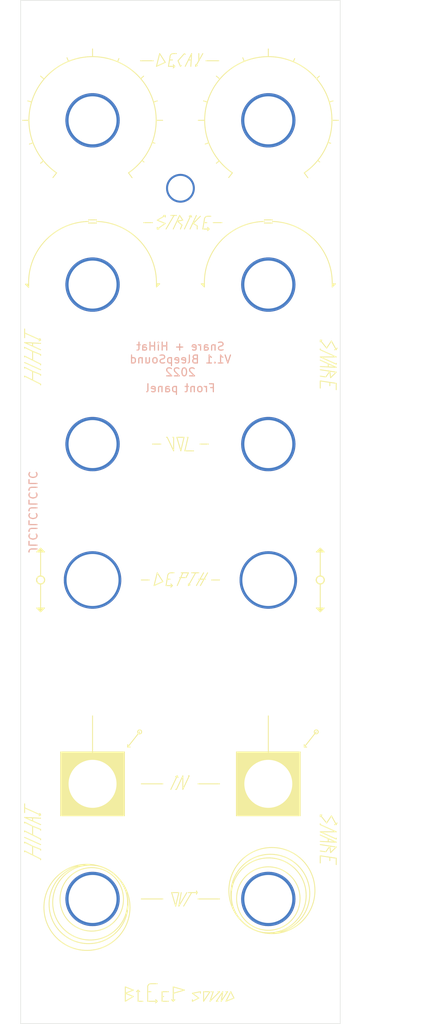
<source format=kicad_pcb>
(kicad_pcb (version 20211014) (generator pcbnew)

  (general
    (thickness 1.6)
  )

  (paper "A4")
  (layers
    (0 "F.Cu" signal)
    (31 "B.Cu" signal)
    (32 "B.Adhes" user "B.Adhesive")
    (33 "F.Adhes" user "F.Adhesive")
    (34 "B.Paste" user)
    (35 "F.Paste" user)
    (36 "B.SilkS" user "B.Silkscreen")
    (37 "F.SilkS" user "F.Silkscreen")
    (38 "B.Mask" user)
    (39 "F.Mask" user)
    (40 "Dwgs.User" user "User.Drawings")
    (41 "Cmts.User" user "User.Comments")
    (42 "Eco1.User" user "User.Eco1")
    (43 "Eco2.User" user "User.Eco2")
    (44 "Edge.Cuts" user)
    (45 "Margin" user)
    (46 "B.CrtYd" user "B.Courtyard")
    (47 "F.CrtYd" user "F.Courtyard")
    (48 "B.Fab" user)
    (49 "F.Fab" user)
  )

  (setup
    (stackup
      (layer "F.SilkS" (type "Top Silk Screen") (color "White"))
      (layer "F.Paste" (type "Top Solder Paste"))
      (layer "F.Mask" (type "Top Solder Mask") (color "Black") (thickness 0.01))
      (layer "F.Cu" (type "copper") (thickness 0.035))
      (layer "dielectric 1" (type "core") (thickness 1.51) (material "FR4") (epsilon_r 4.5) (loss_tangent 0.02))
      (layer "B.Cu" (type "copper") (thickness 0.035))
      (layer "B.Mask" (type "Bottom Solder Mask") (color "Black") (thickness 0.01))
      (layer "B.Paste" (type "Bottom Solder Paste"))
      (layer "B.SilkS" (type "Bottom Silk Screen") (color "White"))
      (copper_finish "None")
      (dielectric_constraints no)
    )
    (pad_to_mask_clearance 0)
    (grid_origin 12 12)
    (pcbplotparams
      (layerselection 0x00010fc_ffffffff)
      (disableapertmacros false)
      (usegerberextensions true)
      (usegerberattributes false)
      (usegerberadvancedattributes false)
      (creategerberjobfile false)
      (svguseinch false)
      (svgprecision 6)
      (excludeedgelayer false)
      (plotframeref false)
      (viasonmask false)
      (mode 1)
      (useauxorigin false)
      (hpglpennumber 1)
      (hpglpenspeed 20)
      (hpglpendiameter 15.000000)
      (dxfpolygonmode true)
      (dxfimperialunits true)
      (dxfusepcbnewfont true)
      (psnegative false)
      (psa4output false)
      (plotreference true)
      (plotvalue false)
      (plotinvisibletext false)
      (sketchpadsonfab false)
      (subtractmaskfromsilk true)
      (outputformat 1)
      (mirror false)
      (drillshape 0)
      (scaleselection 1)
      (outputdirectory "gerber/")
    )
  )

  (net 0 "")

  (gr_line (start 132.2 145.8) (end 132.2 147.2) (layer "F.SilkS") (width 0.12) (tstamp 00000000-0000-0000-0000-000061645389))
  (gr_line (start 133.4 147.2) (end 134.6 147.2) (layer "F.SilkS") (width 0.12) (tstamp 00000000-0000-0000-0000-00006164538c))
  (gr_line (start 130.6 147.2) (end 131.6 146.6) (layer "F.SilkS") (width 0.12) (tstamp 00000000-0000-0000-0000-00006164538f))
  (gr_line (start 131.6 146.6) (end 130.6 146.2) (layer "F.SilkS") (width 0.12) (tstamp 00000000-0000-0000-0000-000061645392))
  (gr_line (start 132.2 147.2) (end 132.8 147.2) (layer "F.SilkS") (width 0.12) (tstamp 00000000-0000-0000-0000-000061645395))
  (gr_line (start 133.8 145) (end 134.6 145) (layer "F.SilkS") (width 0.12) (tstamp 00000000-0000-0000-0000-000061645398))
  (gr_line (start 135.2 147.2) (end 136 147.2) (layer "F.SilkS") (width 0.12) (tstamp 00000000-0000-0000-0000-00006164539b))
  (gr_line (start 136.6 145.4) (end 138 145.8) (layer "F.SilkS") (width 0.12) (tstamp 00000000-0000-0000-0000-00006164539e))
  (gr_line (start 133.4 145.4) (end 133.4 147.2) (layer "F.SilkS") (width 0.12) (tstamp 00000000-0000-0000-0000-0000616453a1))
  (gr_line (start 133.4 146) (end 133.8 146) (layer "F.SilkS") (width 0.12) (tstamp 00000000-0000-0000-0000-0000616453a4))
  (gr_line (start 135.2 146) (end 135.2 147.2) (layer "F.SilkS") (width 0.12) (tstamp 00000000-0000-0000-0000-0000616453a7))
  (gr_line (start 136.4 147) (end 136.6 147.2) (layer "F.SilkS") (width 0.12) (tstamp 00000000-0000-0000-0000-0000616453aa))
  (gr_line (start 135.2 146) (end 136 146) (layer "F.SilkS") (width 0.12) (tstamp 00000000-0000-0000-0000-0000616453ad))
  (gr_line (start 136.6 147.2) (end 136.6 147) (layer "F.SilkS") (width 0.12) (tstamp 00000000-0000-0000-0000-0000616453b0))
  (gr_line (start 136.6 145.4) (end 136.6 147.2) (layer "F.SilkS") (width 0.12) (tstamp 00000000-0000-0000-0000-0000616453b3))
  (gr_line (start 138 145.8) (end 136.6 146.2) (layer "F.SilkS") (width 0.12) (tstamp 00000000-0000-0000-0000-0000616453b6))
  (gr_line (start 135.2 146.6) (end 135.4 146.6) (layer "F.SilkS") (width 0.12) (tstamp 00000000-0000-0000-0000-0000616453b9))
  (gr_line (start 130.6 146.2) (end 131.6 145.8) (layer "F.SilkS") (width 0.12) (tstamp 00000000-0000-0000-0000-0000616453c2))
  (gr_line (start 136.6 147.2) (end 136.8 147) (layer "F.SilkS") (width 0.12) (tstamp 00000000-0000-0000-0000-0000616453c5))
  (gr_line (start 130.6 145.4) (end 130.6 147.2) (layer "F.SilkS") (width 0.12) (tstamp 00000000-0000-0000-0000-0000616453d7))
  (gr_line (start 131.6 145.8) (end 130.6 145.4) (layer "F.SilkS") (width 0.12) (tstamp 00000000-0000-0000-0000-0000616453da))
  (gr_line (start 143.4 146) (end 143.2 146) (layer "F.SilkS") (width 0.12) (tstamp 00000000-0000-0000-0000-00006164549d))
  (gr_line (start 139 147.2) (end 139 147) (layer "F.SilkS") (width 0.12) (tstamp 00000000-0000-0000-0000-0000616454a0))
  (gr_line (start 140.4 146) (end 140.4 147.2) (layer "F.SilkS") (width 0.12) (tstamp 00000000-0000-0000-0000-0000616454a3))
  (gr_line (start 141.6 146) (end 141.2 147.2) (layer "F.SilkS") (width 0.12) (tstamp 00000000-0000-0000-0000-0000616454a6))
  (gr_line (start 141.2 147.2) (end 142.4 146) (layer "F.SilkS") (width 0.12) (tstamp 00000000-0000-0000-0000-0000616454a9))
  (gr_line (start 143.8 146) (end 143.2 147.2) (layer "F.SilkS") (width 0.12) (tstamp 00000000-0000-0000-0000-0000616454ac))
  (gr_line (start 143.8 146) (end 144.2 146.8) (layer "F.SilkS") (width 0.12) (tstamp 00000000-0000-0000-0000-0000616454af))
  (gr_line (start 140 146) (end 140 146.2) (layer "F.SilkS") (width 0.12) (tstamp 00000000-0000-0000-0000-0000616454b2))
  (gr_line (start 132.2 145.8) (end 132 146) (layer "F.SilkS") (width 0.12) (tstamp 00000000-0000-0000-0000-0000616454b5))
  (gr_line (start 132.2 145.8) (end 132.4 146) (layer "F.SilkS") (width 0.12) (tstamp 00000000-0000-0000-0000-0000616454b8))
  (gr_line (start 142.8 146) (end 142.6 147.2) (layer "F.SilkS") (width 0.12) (tstamp 00000000-0000-0000-0000-0000616454bb))
  (gr_arc (start 133.4 145.4) (mid 133.517157 145.117157) (end 133.8 145) (layer "F.SilkS") (width 0.12) (tstamp 00000000-0000-0000-0000-0000616454be))
  (gr_line (start 139.8 146.8) (end 139 147.2) (layer "F.SilkS") (width 0.12) (tstamp 00000000-0000-0000-0000-0000616454c1))
  (gr_line (start 134.6 147.2) (end 134.4 147) (layer "F.SilkS") (width 0.12) (tstamp 00000000-0000-0000-0000-0000616454c4))
  (gr_line (start 134.6 147.2) (end 134.4 147.4) (layer "F.SilkS") (width 0.12) (tstamp 00000000-0000-0000-0000-0000616454c7))
  (gr_line (start 139 146.2) (end 139.8 146.8) (layer "F.SilkS") (width 0.12) (tstamp 00000000-0000-0000-0000-0000616454ca))
  (gr_line (start 141.2 146) (end 140.4 146) (layer "F.SilkS") (width 0.12) (tstamp 00000000-0000-0000-0000-0000616454cd))
  (gr_line (start 142.6 147.2) (end 143.4 146) (layer "F.SilkS") (width 0.12) (tstamp 00000000-0000-0000-0000-0000616454d0))
  (gr_line (start 142.8 146) (end 142 147.2) (layer "F.SilkS") (width 0.12) (tstamp 00000000-0000-0000-0000-0000616454d3))
  (gr_line (start 141.6 146) (end 141.4 146) (layer "F.SilkS") (width 0.12) (tstamp 00000000-0000-0000-0000-0000616454d6))
  (gr_line (start 142 147.2) (end 142.2 147.2) (layer "F.SilkS") (width 0.12) (tstamp 00000000-0000-0000-0000-0000616454d9))
  (gr_line (start 142.4 146) (end 142.2 146) (layer "F.SilkS") (width 0.12) (tstamp 00000000-0000-0000-0000-0000616454dc))
  (gr_line (start 140.4 147.2) (end 141.2 146) (layer "F.SilkS") (width 0.12) (tstamp 00000000-0000-0000-0000-0000616454df))
  (gr_line (start 143.2 147.2) (end 144.2 146.8) (layer "F.SilkS") (width 0.12) (tstamp 00000000-0000-0000-0000-0000616454e2))
  (gr_line (start 140 146) (end 139 146.2) (layer "F.SilkS") (width 0.12) (tstamp 00000000-0000-0000-0000-0000616454e5))
  (gr_line (start 148.5 117.75) (end 148.5 111.5) (layer "F.SilkS") (width 0.12) (tstamp 00000000-0000-0000-0000-0000616daca8))
  (gr_line (start 126.5 117.75) (end 126.5 111.5) (layer "F.SilkS") (width 0.12) (tstamp 00000000-0000-0000-0000-0000616dacb7))
  (gr_line (start 119 68.4) (end 120 68.8) (layer "F.SilkS") (width 0.12) (tstamp 00000000-0000-0000-0000-0000616dacea))
  (gr_line (start 120 68.8) (end 120 68.9) (layer "F.SilkS") (width 0.12) (tstamp 00000000-0000-0000-0000-0000616daceb))
  (gr_line (start 118 64.8) (end 120 64.9) (layer "F.SilkS") (width 0.12) (tstamp 00000000-0000-0000-0000-0000616dacec))
  (gr_line (start 118 63.6) (end 120 64.5) (layer "F.SilkS") (width 0.12) (tstamp 00000000-0000-0000-0000-0000616daced))
  (gr_line (start 118 66.5) (end 120 67.5) (layer "F.SilkS") (width 0.12) (tstamp 00000000-0000-0000-0000-0000616dacee))
  (gr_line (start 119 67) (end 119 65.9) (layer "F.SilkS") (width 0.12) (tstamp 00000000-0000-0000-0000-0000616dacef))
  (gr_line (start 120 67.5) (end 120 67.6) (layer "F.SilkS") (width 0.12) (tstamp 00000000-0000-0000-0000-0000616dacf0))
  (gr_line (start 118 63.6) (end 118 63.1) (layer "F.SilkS") (width 0.12) (tstamp 00000000-0000-0000-0000-0000616dacf1))
  (gr_line (start 118 69) (end 120 70) (layer "F.SilkS") (width 0.12) (tstamp 00000000-0000-0000-0000-0000616dacf2))
  (gr_line (start 118 67.9) (end 118 68) (layer "F.SilkS") (width 0.12) (tstamp 00000000-0000-0000-0000-0000616dacf3))
  (gr_line (start 119 65.9) (end 120 66.3) (layer "F.SilkS") (width 0.12) (tstamp 00000000-0000-0000-0000-0000616dacf4))
  (gr_line (start 119 69.5) (end 119 68.4) (layer "F.SilkS") (width 0.12) (tstamp 00000000-0000-0000-0000-0000616dacf5))
  (gr_line (start 118 69) (end 118 69.1) (layer "F.SilkS") (width 0.12) (tstamp 00000000-0000-0000-0000-0000616dacf6))
  (gr_line (start 118 65.4) (end 118 65.5) (layer "F.SilkS") (width 0.12) (tstamp 00000000-0000-0000-0000-0000616dacf7))
  (gr_line (start 120 66.3) (end 120 66.4) (layer "F.SilkS") (width 0.12) (tstamp 00000000-0000-0000-0000-0000616dacf8))
  (gr_line (start 118 66.5) (end 118 66.6) (layer "F.SilkS") (width 0.12) (tstamp 00000000-0000-0000-0000-0000616dacf9))
  (gr_line (start 120 70) (end 120 70.1) (layer "F.SilkS") (width 0.12) (tstamp 00000000-0000-0000-0000-0000616dacfa))
  (gr_line (start 119 68.4) (end 118 67.9) (layer "F.SilkS") (width 0.12) (tstamp 00000000-0000-0000-0000-0000616dacfb))
  (gr_line (start 119 65.9) (end 118 65.4) (layer "F.SilkS") (width 0.12) (tstamp 00000000-0000-0000-0000-0000616dacfc))
  (gr_line (start 118 64.8) (end 120 65.7) (layer "F.SilkS") (width 0.12) (tstamp 00000000-0000-0000-0000-0000616dacfd))
  (gr_line (start 118 67.3) (end 120 68.2) (layer "F.SilkS") (width 0.12) (tstamp 00000000-0000-0000-0000-0000616dacfe))
  (gr_line (start 119 64.9) (end 119 65.2) (layer "F.SilkS") (width 0.12) (tstamp 00000000-0000-0000-0000-0000616dacff))
  (gr_line (start 118 63.6) (end 118 64.2) (layer "F.SilkS") (width 0.12) (tstamp 00000000-0000-0000-0000-0000616dad00))
  (gr_line (start 120 64.5) (end 119.9 64.3) (layer "F.SilkS") (width 0.12) (tstamp 00000000-0000-0000-0000-0000616dad01))
  (gr_line (start 120 64.5) (end 119.8 64.6) (layer "F.SilkS") (width 0.12) (tstamp 00000000-0000-0000-0000-0000616dad02))
  (gr_line (start 156 67.85) (end 156 67.45) (layer "F.SilkS") (width 0.12) (tstamp 00000000-0000-0000-0000-0000616dadcf))
  (gr_line (start 155 64.5) (end 155 64.7) (layer "F.SilkS") (width 0.12) (tstamp 00000000-0000-0000-0000-0000616dae0d))
  (gr_line (start 157 67.9) (end 155 67.8) (layer "F.SilkS") (width 0.12) (tstamp 00000000-0000-0000-0000-0000616dae10))
  (gr_line (start 155.8 65.5) (end 155 64.5) (layer "F.SilkS") (width 0.12) (tstamp 00000000-0000-0000-0000-0000616dae13))
  (gr_line (start 157 65.7) (end 156.4 64.6) (layer "F.SilkS") (width 0.12) (tstamp 00000000-0000-0000-0000-0000616dae16))
  (gr_line (start 157 67.5) (end 155 66.6) (layer "F.SilkS") (width 0.12) (tstamp 00000000-0000-0000-0000-0000616dae19))
  (gr_line (start 157 66.6) (end 155 66.6) (layer "F.SilkS") (width 0.12) (tstamp 00000000-0000-0000-0000-0000616dae1c))
  (gr_line (start 157 68.5) (end 155 68.2) (layer "F.SilkS") (width 0.12) (tstamp 00000000-0000-0000-0000-0000616dae1f))
  (gr_line (start 157 67.9) (end 155 67) (layer "F.SilkS") (width 0.12) (tstamp 00000000-0000-0000-0000-0000616dae22))
  (gr_line (start 155 69.6) (end 157 69.9) (layer "F.SilkS") (width 0.12) (tstamp 00000000-0000-0000-0000-0000616dae25))
  (gr_line (start 156.2 68.4) (end 155.7 69.1) (layer "F.SilkS") (width 0.12) (tstamp 00000000-0000-0000-0000-0000616dae28))
  (gr_line (start 155 69.6) (end 155 70.5) (layer "F.SilkS") (width 0.12) (tstamp 00000000-0000-0000-0000-0000616dae2b))
  (gr_line (start 155 64.5) (end 155.2 64.5) (layer "F.SilkS") (width 0.12) (tstamp 00000000-0000-0000-0000-0000616dae2e))
  (gr_line (start 156.4 64.6) (end 155.8 65.5) (layer "F.SilkS") (width 0.12) (tstamp 00000000-0000-0000-0000-0000616dae31))
  (gr_line (start 157 65.7) (end 156.8 65.7) (layer "F.SilkS") (width 0.12) (tstamp 00000000-0000-0000-0000-0000616dae34))
  (gr_line (start 157 67.5) (end 157 67.4) (layer "F.SilkS") (width 0.12) (tstamp 00000000-0000-0000-0000-0000616dae37))
  (gr_line (start 157 65.7) (end 157.1 65.5) (layer "F.SilkS") (width 0.12) (tstamp 00000000-0000-0000-0000-0000616dae3a))
  (gr_line (start 157 69.9) (end 157 70.7) (layer "F.SilkS") (width 0.12) (tstamp 00000000-0000-0000-0000-0000616dae3d))
  (gr_line (start 157 68.5) (end 156.3 69.2) (layer "F.SilkS") (width 0.12) (tstamp 00000000-0000-0000-0000-0000616dae40))
  (gr_line (start 155.7 69.1) (end 155 69) (layer "F.SilkS") (width 0.12) (tstamp 00000000-0000-0000-0000-0000616dae43))
  (gr_line (start 156.2 69.8) (end 156.2 70.2) (layer "F.SilkS") (width 0.12) (tstamp 00000000-0000-0000-0000-0000616dae46))
  (gr_line (start 156.3 69.2) (end 156.2 68.4) (layer "F.SilkS") (width 0.12) (tstamp 00000000-0000-0000-0000-0000616dae49))
  (gr_line (start 157 66.6) (end 155 65.7) (layer "F.SilkS") (width 0.12) (tstamp 00000000-0000-0000-0000-0000616dae4c))
  (gr_line (start 155 65.7) (end 155 65.6) (layer "F.SilkS") (width 0.12) (tstamp 00000000-0000-0000-0000-0000616dae4f))
  (gr_poly
    (pts
      (xy 152.5 124)
      (xy 144.5 124)
      (xy 144.5 116)
      (xy 152.5 116)
    ) (layer "F.SilkS") (width 0.1) (fill solid) (tstamp 00000000-0000-0000-0000-0000616db242))
  (gr_line (start 138.5 133.6) (end 139.2 133.6) (layer "F.SilkS") (width 0.12) (tstamp 00000000-0000-0000-0000-0000616db348))
  (gr_line (start 136.9 135.3) (end 136.4 133.6) (layer "F.SilkS") (width 0.12) (tstamp 00000000-0000-0000-0000-0000616db349))
  (gr_line (start 136.4 133.6) (end 137.3 133.6) (layer "F.SilkS") (width 0.12) (tstamp 00000000-0000-0000-0000-0000616db34a))
  (gr_line (start 137.6 133.6) (end 137.3 135.3) (layer "F.SilkS") (width 0.12) (tstamp 00000000-0000-0000-0000-0000616db34b))
  (gr_line (start 137.3 135.3) (end 138.3 133.6) (layer "F.SilkS") (width 0.12) (tstamp 00000000-0000-0000-0000-0000616db34c))
  (gr_line (start 137.3 133.6) (end 136.9 135.3) (layer "F.SilkS") (width 0.12) (tstamp 00000000-0000-0000-0000-0000616db34d))
  (gr_line (start 138.9 133.6) (end 137.9 135.3) (layer "F.SilkS") (width 0.12) (tstamp 00000000-0000-0000-0000-0000616db34e))
  (gr_circle (center 126.2 134.85) (end 129.2 138.45) (layer "F.SilkS") (width 0.12) (fill none) (tstamp 00000000-0000-0000-0000-0000616db371))
  (gr_circle (center 126.4 134.45) (end 129 137.45) (layer "F.SilkS") (width 0.12) (fill none) (tstamp 00000000-0000-0000-0000-0000616db372))
  (gr_circle (center 125.8 135.45) (end 127.8 140.45) (layer "F.SilkS") (width 0.12) (fill none) (tstamp 00000000-0000-0000-0000-0000616db373))
  (gr_circle (center 126 135.05) (end 127.8 139.65) (layer "F.SilkS") (width 0.12) (fill none) (tstamp 00000000-0000-0000-0000-0000616db374))
  (gr_circle (center 148.95 133.35) (end 146.95 128.35) (layer "F.SilkS") (width 0.12) (fill none) (tstamp 00000000-0000-0000-0000-0000616db382))
  (gr_circle (center 148.75 133.75) (end 146.95 129.15) (layer "F.SilkS") (width 0.12) (fill none) (tstamp 00000000-0000-0000-0000-0000616db385))
  (gr_circle (center 148.55 133.95) (end 145.55 130.35) (layer "F.SilkS") (width 0.12) (fill none) (tstamp 00000000-0000-0000-0000-0000616db388))
  (gr_circle (center 148.5 134.35) (end 145.9 131.35) (layer "F.SilkS") (width 0.12) (fill none) (tstamp 00000000-0000-0000-0000-0000616db38b))
  (gr_circle (center 154.5 113.5) (end 154.5 113.75) (layer "F.SilkS") (width 0.12) (fill none) (tstamp 00000000-0000-0000-0000-0000616db56f))
  (gr_line (start 154.5 113.5) (end 153 115.4) (layer "F.SilkS") (width 0.12) (tstamp 00000000-0000-0000-0000-0000616db570))
  (gr_line (start 153 115.4) (end 153.3 115.4) (layer "F.SilkS") (width 0.12) (tstamp 00000000-0000-0000-0000-0000616db571))
  (gr_line (start 153 115.4) (end 153 115.1) (layer "F.SilkS") (width 0.12) (tstamp 00000000-0000-0000-0000-0000616db572))
  (gr_line (start 137.1 119) (end 136.9 119.1) (layer "F.SilkS") (width 0.12) (tstamp 00000000-0000-0000-0000-0000616db5a6))
  (gr_line (start 137 120.7) (end 137.8 119) (layer "F.SilkS") (width 0.12) (tstamp 00000000-0000-0000-0000-0000616db5a7))
  (gr_line (start 137 120.7) (end 136.9 120.7) (layer "F.SilkS") (width 0.12) (tstamp 00000000-0000-0000-0000-0000616db5a8))
  (gr_line (start 137.8 119) (end 137.8 120.7) (layer "F.SilkS") (width 0.12) (tstamp 00000000-0000-0000-0000-0000616db5a9))
  (gr_line (start 137.1 119) (end 137.2 119.2) (layer "F.SilkS") (width 0.12) (tstamp 00000000-0000-0000-0000-0000616db5aa))
  (gr_line (start 137.8 120.7) (end 138.6 119) (layer "F.SilkS") (width 0.12) (tstamp 00000000-0000-0000-0000-0000616db5ab))
  (gr_line (start 136.3 120.7) (end 137.1 119) (layer "F.SilkS") (width 0.12) (tstamp 00000000-0000-0000-0000-0000616db5ac))
  (gr_line (start 138.6 119) (end 138.5 119) (layer "F.SilkS") (width 0.12) (tstamp 00000000-0000-0000-0000-0000616db5ad))
  (gr_arc (start 118.5 57.45) (mid 120.634567 51.996699) (end 126 49.65) (layer "F.SilkS") (width 0.12) (tstamp 00000000-0000-0000-0000-000061705d6d))
  (gr_line (start 126 49.45) (end 127 49.45) (layer "F.SilkS") (width 0.12) (tstamp 00000000-0000-0000-0000-000061705d6f))
  (gr_line (start 126 49.85) (end 127 49.85) (layer "F.SilkS") (width 0.12) (tstamp 00000000-0000-0000-0000-000061705d72))
  (gr_line (start 135.3 120) (end 132.6 120) (layer "F.SilkS") (width 0.12) (tstamp 00000000-0000-0000-0000-000061706461))
  (gr_line (start 155 95) (end 155 98) (layer "F.SilkS") (width 0.12) (tstamp 00000000-0000-0000-0000-00006171c781))
  (gr_poly
    (pts
      (xy 120 98.5)
      (xy 119.5 98)
      (xy 120.5 98)
    ) (layer "F.SilkS") (width 0.1) (fill solid) (tstamp 00000000-0000-0000-0000-00006171c78c))
  (gr_circle (center 120 94.5) (end 120.5 94.5) (layer "F.SilkS") (width 0.15) (fill none) (tstamp 00000000-0000-0000-0000-00006171c78d))
  (gr_line (start 120 95) (end 120 98) (layer "F.SilkS") (width 0.12) (tstamp 00000000-0000-0000-0000-00006171c78e))
  (gr_line (start 120 94) (end 120 91) (layer "F.SilkS") (width 0.12) (tstamp 00000000-0000-0000-0000-00006171c78f))
  (gr_poly
    (pts
      (xy 120.5 91)
      (xy 119.5 91)
      (xy 120 90.5)
    ) (layer "F.SilkS") (width 0.1) (fill solid) (tstamp 00000000-0000-0000-0000-00006171c790))
  (gr_line (start 140.4 93.6) (end 139.5 95.2) (layer "F.SilkS") (width 0.12) (tstamp 00000000-0000-0000-0000-00006171c7ff))
  (gr_line (start 140.9 93.6) (end 140 95.2) (layer "F.SilkS") (width 0.12) (tstamp 00000000-0000-0000-0000-00006171c800))
  (gr_line (start 134.6 93.6) (end 134.2 95.2) (layer "F.SilkS") (width 0.12) (tstamp 00000000-0000-0000-0000-00006171c801))
  (gr_line (start 138.5 95.2) (end 138.7 95.1) (layer "F.SilkS") (width 0.12) (tstamp 00000000-0000-0000-0000-00006171c802))
  (gr_line (start 135.7 95.2) (end 136.4 95.2) (layer "F.SilkS") (width 0.12) (tstamp 00000000-0000-0000-0000-00006171c803))
  (gr_line (start 135.9 94.4) (end 136.2 94.4) (layer "F.SilkS") (width 0.12) (tstamp 00000000-0000-0000-0000-00006171c804))
  (gr_line (start 139.8 94.4) (end 140.6 94.4) (layer "F.SilkS") (width 0.12) (tstamp 00000000-0000-0000-0000-00006171c805))
  (gr_line (start 135.3 94.7) (end 134.6 93.6) (layer "F.SilkS") (width 0.12) (tstamp 00000000-0000-0000-0000-00006171c806))
  (gr_line (start 138.5 93.6) (end 138.2 94.2) (layer "F.SilkS") (width 0.12) (tstamp 00000000-0000-0000-0000-00006171c807))
  (gr_line (start 138.5 95.2) (end 138.5 95) (layer "F.SilkS") (width 0.12) (tstamp 00000000-0000-0000-0000-00006171c808))
  (gr_line (start 139.4 93.6) (end 138.5 95.2) (layer "F.SilkS") (width 0.12) (tstamp 00000000-0000-0000-0000-00006171c809))
  (gr_line (start 138.2 94.2) (end 137.4 94.2) (layer "F.SilkS") (width 0.12) (tstamp 00000000-0000-0000-0000-00006171c80a))
  (gr_line (start 135.9 94) (end 135.7 95.2) (layer "F.SilkS") (width 0.12) (tstamp 00000000-0000-0000-0000-00006171c80b))
  (gr_arc (start 135.9 94) (mid 136.017157 93.717157) (end 136.3 93.6) (layer "F.SilkS") (width 0.12) (tstamp 00000000-0000-0000-0000-00006171c80c))
  (gr_line (start 136.3 93.6) (end 136.7 93.6) (layer "F.SilkS") (width 0.12) (tstamp 00000000-0000-0000-0000-00006171c80d))
  (gr_line (start 136.5 95.2) (end 136.3 95) (layer "F.SilkS") (width 0.12) (tstamp 00000000-0000-0000-0000-00006171c80e))
  (gr_line (start 136.5 95.2) (end 136.3 95.4) (layer "F.SilkS") (width 0.12) (tstamp 00000000-0000-0000-0000-00006171c80f))
  (gr_line (start 138.9 93.6) (end 139.8 93.6) (layer "F.SilkS") (width 0.12) (tstamp 00000000-0000-0000-0000-00006171c810))
  (gr_line (start 137.8 93.6) (end 137.1 95.2) (layer "F.SilkS") (width 0.12) (tstamp 00000000-0000-0000-0000-00006171c811))
  (gr_line (start 134.2 95.2) (end 135.3 94.7) (layer "F.SilkS") (width 0.12) (tstamp 00000000-0000-0000-0000-00006171c812))
  (gr_line (start 137.6 93.6) (end 138.5 93.6) (layer "F.SilkS") (width 0.12) (tstamp 00000000-0000-0000-0000-00006171c813))
  (gr_line (start 133.6 94.5) (end 132.6 94.5) (layer "F.SilkS") (width 0.12) (tstamp 00000000-0000-0000-0000-000061745537))
  (gr_line (start 141.4 94.5) (end 142.4 94.5) (layer "F.SilkS") (width 0.12) (tstamp 00000000-0000-0000-0000-000061745538))
  (gr_line (start 135.6 48.9) (end 134.6 49.5) (layer "F.SilkS") (width 0.12) (tstamp 0029975a-6e23-45f8-ac24-7afe05b5d78e))
  (gr_line (start 139.6 133.6) (end 139.5 133.8) (layer "F.SilkS") (width 0.12) (tstamp 01a93c15-059c-4a18-88b9-b65b749bf129))
  (gr_line (start 138.7 50.6) (end 139.5 48.9) (layer "F.SilkS") (width 0.12) (tstamp 0433eda1-04c9-4bda-8535-bb9cd603d662))
  (gr_poly
    (pts
      (xy 155.5 91)
      (xy 154.5 91)
      (xy 155 90.5)
    ) (layer "F.SilkS") (width 0.1) (fill solid) (tstamp 05ac7ab3-04dc-41b0-b3b2-0ce389afdbf6))
  (gr_line (start 155 125.1) (end 155 125) (layer "F.SilkS") (width 0.12) (tstamp 05b9c0ef-a909-4b9e-b4b0-5272df4c7ad9))
  (gr_line (start 138 28.65) (end 137.2 29.55) (layer "F.SilkS") (width 0.12) (tstamp 06afe358-b7dd-4278-91ff-791c94d5d527))
  (gr_line (start 157 127.3) (end 155 126.4) (layer "F.SilkS") (width 0.12) (tstamp 07f2a3fe-bb92-4080-9b35-480dabb82def))
  (gr_line (start 135.6 49.9) (end 134.6 50.6) (layer "F.SilkS") (width 0.12) (tstamp 09878ffc-bae1-40a1-b6ea-cefb6dbcf27a))
  (gr_line (start 136.65 76.65) (end 136.55 76.65) (layer "F.SilkS") (width 0.12) (tstamp 09cd499f-656f-4848-8890-0f9376d868d6))
  (gr_line (start 136.6 28.65) (end 137 28.65) (layer "F.SilkS") (width 0.12) (tstamp 0a9a4c25-2709-4772-ad25-a5d2ac1212ad))
  (gr_line (start 138.9 28.65) (end 138.1 30.25) (layer "F.SilkS") (width 0.12) (tstamp 1115226f-2cdd-4b90-9a9b-770caba08f05))
  (gr_poly
    (pts
      (xy 130.5 124)
      (xy 122.5 124)
      (xy 122.5 116)
      (xy 130.5 116)
    ) (layer "F.SilkS") (width 0.1) (fill solid) (tstamp 17f9dc18-426f-4dd6-a7c0-ac312d0b355f))
  (gr_line (start 140.9 49) (end 141.3 49) (layer "F.SilkS") (width 0.12) (tstamp 18478180-447d-452f-8e2f-8ad7864dabbc))
  (gr_line (start 138 50.6) (end 138.8 48.9) (layer "F.SilkS") (width 0.12) (tstamp 1a008e7e-428d-4ec9-bd97-47c5036c95f6))
  (gr_line (start 142 31.472083) (end 142.41 31.822083) (layer "F.SilkS") (width 0.12) (tstamp 1a848b78-88c0-4f81-9b86-c93baa3ab764))
  (gr_line (start 118 123) (end 118 122.5) (layer "F.SilkS") (width 0.12) (tstamp 1aea185b-4b4b-4dd2-90a1-07d0b24e7999))
  (gr_line (start 140.6 39.972083) (end 141.04 39.812083) (layer "F.SilkS") (width 0.12) (tstamp 1cdc8cb8-7e3f-4e05-9695-ed7fc0b7abae))
  (gr_arc (start 140.5 49.4) (mid 140.617157 49.117157) (end 140.9 49) (layer "F.SilkS") (width 0.12) (tstamp 1e723a2a-1f0a-4b13-a941-af79b368f347))
  (gr_line (start 157 127.3) (end 155 127.2) (layer "F.SilkS") (width 0.12) (tstamp 1eaeb11a-254f-48dc-a4ea-3e68388588c1))
  (gr_line (start 118 127.3) (end 118 127.4) (layer "F.SilkS") (width 0.12) (tstamp 21ee441f-55dc-4099-960e-d7af650d59d7))
  (gr_line (start 139.6 50.2) (end 139.6 50.6) (layer "F.SilkS") (width 0.12) (tstamp 22d85283-585e-455a-a988-11773f4760dd))
  (gr_line (start 138.05 78.35) (end 139.15 78.35) (layer "F.SilkS") (width 0.12) (tstamp 2355393f-aadf-4b0e-9bc4-ae5411c285d1))
  (gr_line (start 137.05 76.65) (end 137.95 76.65) (layer "F.SilkS") (width 0.12) (tstamp 23ea067f-42cd-4ee6-85f3-bf6d680d7cda))
  (gr_line (start 148 49.85) (end 149 49.85) (layer "F.SilkS") (width 0.12) (tstamp 23eb5517-9547-455c-966b-fc94b32fe36f))
  (gr_line (start 119 125.3) (end 120 125.7) (layer "F.SilkS") (width 0.12) (tstamp 2880c72e-783a-427d-b709-5c303c2d4749))
  (gr_line (start 118.6 39.972083) (end 119.04 39.812083) (layer "F.SilkS") (width 0.12) (tstamp 28a69658-5dc5-4c58-b656-d5ef46468982))
  (gr_line (start 156.2 127.8) (end 155.7 128.5) (layer "F.SilkS") (width 0.12) (tstamp 2996f8a9-e219-4866-af10-4a123fe0c345))
  (gr_line (start 130.9 115.4) (end 130.9 115.1) (layer "F.SilkS") (width 0.12) (tstamp 2fd51eac-8504-42a0-bdcd-38e8e2a03277))
  (gr_line (start 136.2 29.45) (end 136.5 29.45) (layer "F.SilkS") (width 0.12) (tstamp 30f247c3-7d9b-4a41-9798-b61641c7b65f))
  (gr_poly
    (pts
      (xy 140.1 57.45)
      (xy 140.5 57.45)
      (xy 140.5 57.85)
    ) (layer "F.SilkS") (width 0.12) (fill solid) (tstamp 3113a65c-c2b5-47d9-83e3-f58d0120a7e8))
  (gr_line (start 135.6 29.75) (end 134.9 28.65) (layer "F.SilkS") (width 0.12) (tstamp 342acb30-deef-4921-a012-db249bb4175f))
  (gr_line (start 131 43.572083) (end 131.45 44.182083) (layer "F.SilkS") (width 0.12) (tstamp 3488f496-ad51-4433-9323-3690edfe065d))
  (gr_line (start 134.6 49.5) (end 135.6 49.9) (layer "F.SilkS") (width 0.12) (tstamp 34893573-4292-4c0c-bd88-0732b4adc2e0))
  (gr_line (start 134.6 50.6) (end 134.6 50.4) (layer "F.SilkS") (width 0.12) (tstamp 380f66b6-447b-4e87-8df5-9a3fd7020c5e))
  (gr_line (start 137.4 48.9) (end 137.8 49.5) (layer "F.SilkS") (width 0.12) (tstamp 381ffe4e-bbb1-4fc5-89fd-beb36610473c))
  (gr_line (start 140.4 34.572083) (end 140.86 34.712083) (layer "F.SilkS") (width 0.12) (tstamp 3877214f-6d6e-4e21-b5f8-7be8e698a47a))
  (gr_line (start 157 126.9) (end 157 126.8) (layer "F.SilkS") (width 0.12) (tstamp 38e6e300-b466-45c6-8888-1a14943eba84))
  (gr_line (start 148 49.45) (end 149 49.45) (layer "F.SilkS") (width 0.12) (tstamp 3bfa3f5b-8110-4c60-b334-95213f2ff956))
  (gr_line (start 139.8 29.55) (end 139.4 30.25) (layer "F.SilkS") (width 0.12) (tstamp 3c03bbd5-96ec-46b3-866e-08af16c79764))
  (gr_line (start 120 128.2) (end 120 128.3) (layer "F.SilkS") (width 0.12) (tstamp 3c740121-de71-44c2-ad29-36a75346897b))
  (gr_line (start 118 124.2) (end 120 125.1) (layer "F.SilkS") (width 0.12) (tstamp 3cd2791e-8317-44fd-a515-8493220328ae))
  (gr_line (start 139.7 120) (end 142.4 120) (layer "F.SilkS") (width 0.12) (tstamp 3f1423f5-180a-4b41-8525-085a0e3ba396))
  (gr_line (start 156.5 37) (end 157.271612 37) (layer "F.SilkS") (width 0.12) (tstamp 3fedb65a-1fb0-47d7-8bab-b313b396dec1))
  (gr_line (start 155 129) (end 155 129.9) (layer "F.SilkS") (width 0.12) (tstamp 3ff29c9f-dc7a-4491-81ac-d04ea084efb5))
  (gr_line (start 138.8 29.45) (end 138.5 29.45) (layer "F.SilkS") (width 0.12) (tstamp 41013941-a18e-4739-a392-dd8450e2af85))
  (gr_line (start 120 129.4) (end 120 129.5) (layer "F.SilkS") (width 0.12) (tstamp 439b13dd-704b-40fa-84d9-f9f6fcd81c8d))
  (gr_line (start 119 126.4) (end 119 125.3) (layer "F.SilkS") (width 0.12) (tstamp 43a9fb58-8991-45f0-89e5-f24af9152bc5))
  (gr_line (start 157 129.3) (end 157 130.1) (layer "F.SilkS") (width 0.12) (tstamp 44ddc176-6aad-49c8-9e64-3f0623c0530e))
  (gr_line (start 134.9 28.65) (end 134.5 30.25) (layer "F.SilkS") (width 0.12) (tstamp 46ac9f3c-dab2-4729-b134-da6eda2f5c5e))
  (gr_poly
    (pts
      (xy 155 98.5)
      (xy 154.5 98)
      (xy 155.5 98)
    ) (layer "F.SilkS") (width 0.1) (fill solid) (tstamp 4b7bfc5b-e885-4321-88e3-1ba0d4b0c901))
  (gr_line (start 154.89 31.472083) (end 154.54 31.792083) (layer "F.SilkS") (width 0.12) (tstamp 4fc032a1-6c6e-4120-9bd1-537465a9f248))
  (gr_line (start 155 123.9) (end 155.2 123.9) (layer "F.SilkS") (width 0.12) (tstamp 502a5f14-6237-471d-98e4-ca4a1f2e14ca))
  (gr_arc (start 144 43.572083) (mid 148.5 29.034934) (end 153 43.572083) (layer "F.SilkS") (width 0.12) (tstamp 52bfaaf1-39fb-425f-9c3f-4d1a5ac7bf15))
  (gr_line (start 134.1 29.55) (end 132.5 29.55) (layer "F.SilkS") (width 0.12) (tstamp 5431e900-2219-487a-a519-a45e8388ca73))
  (gr_poly
    (pts
      (xy 156.5 57.85)
      (xy 156.5 57.45)
      (xy 156.9 57.45)
    ) (layer "F.SilkS") (width 0.12) (fill solid) (tstamp 578ed297-323c-472c-b7e9-c28c4f9dbd3e))
  (gr_line (start 157 126) (end 155 126) (layer "F.SilkS") (width 0.12) (tstamp 581e9580-3280-4546-bdf1-3b581382fa3d))
  (gr_line (start 118 125.9) (end 118 126) (layer "F.SilkS") (width 0.12) (tstamp 584d23b9-9dae-4ade-9b12-86eae8c27a2e))
  (gr_line (start 151.8 29.272083) (end 151.64 29.652083) (layer "F.SilkS") (width 0.12) (tstamp 588d5836-bfe4-45b5-8daf-6fb4eba69e7d))
  (gr_line (start 155.8 124.9) (end 155 123.9) (layer "F.SilkS") (width 0.12) (tstamp 58b019cd-0bd3-4a40-9715-8f58919ee35a))
  (gr_line (start 136.8 30.25) (end 136.6 30.45) (layer "F.SilkS") (width 0.12) (tstamp 591fbeb8-c3a4-49de-ae4d-8c961304b310))
  (gr_line (start 157 125.1) (end 156.8 125.1) (layer "F.SilkS") (width 0.12) (tstamp 59433104-4dcb-4c62-8d41-82f7850197ef))
  (gr_circle (center 155 94.5) (end 155.5 94.5) (layer "F.SilkS") (width 0.15) (fill none) (tstamp 59a38705-4a70-4732-8a83-fadeed201aa7))
  (gr_line (start 129.8 29.272083) (end 129.64 29.652083) (layer "F.SilkS") (width 0.12) (tstamp 5af89a64-96bf-42e1-942f-063668956838))
  (gr_line (start 119 127.8) (end 118 127.3) (layer "F.SilkS") (width 0.12) (tstamp 5c42edc7-5134-40d8-8aac-3941b9f32721))
  (gr_line (start 153 43.572083) (end 153.45 44.182083) (layer "F.SilkS") (width 0.12) (tstamp 5d3883f2-b909-45ff-8def-c2331c4865c3))
  (gr_line (start 139.8 29.55) (end 139.8 28.65) (layer "F.SilkS") (width 0.12) (tstamp 5d4bdfbe-8736-4b21-9207-7ad4e4c524f3))
  (gr_poly
    (pts
      (xy 134.5 57.85)
      (xy 134.5 57.45)
      (xy 134.9 57.45)
    ) (layer "F.SilkS") (width 0.12) (fill solid) (tstamp 5f9ac60c-6d9b-40e6-bb8a-4abe6a5174a7))
  (gr_line (start 157 126.9) (end 155 126) (layer "F.SilkS") (width 0.12) (tstamp 61229f2a-3146-40af-93d2-1a794c08fa1c))
  (gr_line (start 119 124.3) (end 119 124.6) (layer "F.SilkS") (width 0.12) (tstamp 62c9860a-dcee-4134-96b3-436a940aa5b2))
  (gr_line (start 140.5 49.8) (end 140.8 49.8) (layer "F.SilkS") (width 0.12) (tstamp 6492eff2-3f3f-4cb1-9ef7-10f27753b540))
  (gr_line (start 139.6 133.6) (end 139.5 133.4) (layer "F.SilkS") (width 0.12) (tstamp 66786243-39ca-47ef-a3dc-f92640209d03))
  (gr_line (start 118 124.8) (end 118 124.9) (layer "F.SilkS") (width 0.12) (tstamp 66aa2f4b-5362-439c-b442-4282e7dafa61))
  (gr_line (start 138.45 76.65) (end 138.05 78.35) (layer "F.SilkS") (width 0.12) (tstamp 6a05eb60-5b91-4661-b3a1-ee5fef924f17))
  (gr_line (start 157 125.1) (end 157.1 124.9) (layer "F.SilkS") (width 0.12) (tstamp 6b09df70-f3b0-49ee-84ae-83d5a2182469))
  (gr_line (start 137.2 29.55) (end 137.5 30.25) (layer "F.SilkS") (width 0.12) (tstamp 6f243b45-47c2-489a-ac8a-00a57be5cb86))
  (gr_line (start 148.5 29.033694) (end 148.5 28.072083) (layer "F.SilkS") (width 0.12) (tstamp 6fc0f5ec-ed5a-4c0a-a693-eb53fa1df1a5))
  (gr_line (start 136.2 29.05) (end 136 30.25) (layer "F.SilkS") (width 0.12) (tstamp 7048aa69-78ab-49a1-84f9-3259af5aa48d))
  (gr_line (start 119 125.3) (end 118 124.8) (layer "F.SilkS") (width 0.12) (tstamp 7055bca0-ebde-4b82-8fe8-0ae408b866eb))
  (gr_line (start 120 123.9) (end 119.9 123.7) (layer "F.SilkS") (width 0.12) (tstamp 75ab73b0-0032-4486-9242-4de62ba7ab8e))
  (gr_line (start 118 124.2) (end 120 124.3) (layer "F.SilkS") (width 0.12) (tstamp 75f94081-ba34-4e91-962b-4aaabfcc5c9d))
  (gr_line (start 118 125.9) (end 120 126.9) (layer "F.SilkS") (width 0.12) (tstamp 77dad4d2-c90b-49d7-b1d4-323afefc8a51))
  (gr_line (start 137.5 30.25) (end 137.6 30.15) (layer "F.SilkS") (width 0.12) (tstamp 7e9d6fae-c58a-49e1-afe4-3e64880c1f84))
  (gr_line (start 154.93 42.212083) (end 154.69 42.012083) (layer "F.SilkS") (width 0.12) (tstamp 7ed26b9a-ae35-4590-a040-063aa8adf3ad))
  (gr_arc (start 149 49.65) (mid 154.350137 52.011407) (end 156.5 57.45) (layer "F.SilkS") (width 0.12) (tstamp 80257eb1-49db-47ac-b010-0933642d2f53))
  (gr_line (start 136.7 48.9) (end 135.7 50.6) (layer "F.SilkS") (width 0.12) (tstamp 82019279-1616-4455-b379-e9db893fe3c4))
  (gr_line (start 138.9 28.65) (end 138.8 30.25) (layer "F.SilkS") (width 0.12) (tstamp 83d9d8e7-49cf-4c3e-bac8-0e54e907bdec))
  (gr_line (start 157 126) (end 155 125.1) (layer "F.SilkS") (width 0.12) (tstamp 84d0489f-3b98-4e5e-8700-0cf02026d5a9))
  (gr_line (start 132.4 113.5) (end 130.9 115.4) (layer "F.SilkS") (width 0.12) (tstamp 84d5d520-5e24-4339-a86f-5afd3e984423))
  (gr_line (start 144 43.572083) (end 143.54 44.162083) (layer "F.SilkS") (width 0.12) (tstamp 85e0d28f-4b98-4895-96bc-c21f8df6717f))
  (gr_line (start 135.85 76.65) (end 136.65 78.35) (layer "F.SilkS") (width 0.12) (tstamp 88780aef-fe85-4715-9a4a-d38adccb67c7))
  (gr_line (start 135.3 134.4) (end 132.6 134.4) (layer "F.SilkS") (width 0.12) (tstamp 8b169b1a-0639-4ed4-ac69-f5f9dfbf3aaa))
  (gr_line (start 126.5 29.033694) (end 126.5 28.072083) (layer "F.SilkS") (width 0.12) (tstamp 8b797788-986c-49e2-9fcc-3a32f1fb4d17))
  (gr_line (start 139.8 29.55) (end 140.3 28.65) (layer "F.SilkS") (width 0.12) (tstamp 8bcf6233-b338-4adb-8c0a-eadb786e3af7))
  (gr_line (start 118.513118 37) (end 117.741506 37) (layer "F.SilkS") (width 0.12) (tstamp 8f1305b9-4883-4b43-a2c8-7e7e3fdd68de))
  (gr_line (start 139.4 30.25) (end 139.6 30.15) (layer "F.SilkS") (width 0.12) (tstamp 8f79afaa-f62a-407b-93ca-dd6c99109da0))
  (gr_line (start 156.3 128.6) (end 156.2 127.8) (layer "F.SilkS") (width 0.12) (tstamp 9164e8a6-0e27-4eca-ad6e-aa10404ef113))
  (gr_line (start 134.5 37) (end 135.271612 37) (layer "F.SilkS") (width 0.12) (tstamp 921caefe-217b-4e58-9ea0-c8d84aa10a61))
  (gr_line (start 120 123.9) (end 119.8 124) (layer "F.SilkS") (width 0.12) (tstamp 92e74417-3dbf-43ca-8d2d-3660f4df0430))
  (gr_line (start 156.4 124) (end 155.8 124.9) (layer "F.SilkS") (width 0.12) (tstamp 938139f6-cf01-462b-bca1-cb15a05b51ab))
  (gr_line (start 138.8 48.9) (end 138.6 49) (layer "F.SilkS") (width 0.12) (tstamp 93ee9a2a-73b0-400a-8d63-8f2dc5c76570))
  (gr_arc (start 122 43.572083) (mid 126.5 29.034934) (end 131 43.572083) (layer "F.SilkS") (width 0.12) (tstamp 95659665-8ffd-418b-bb7a-535af8e407fb))
  (gr_line (start 136.65 78.35) (end 136.65 76.65) (layer "F.SilkS") (width 0.12) (tstamp 969aafdc-641a-4db3-a637-79ca04250239))
  (gr_line (start 137.8 49.5) (end 137.1 49.6) (layer "F.SilkS") (width 0.12) (tstamp 96d9c920-90d4-4a20-8f61-b42be5a2fc8d))
  (gr_line (start 137.55 78.35) (end 137.05 76.65) (layer "F.SilkS") (width 0.12) (tstamp 9824ed03-0ea0-489d-bef1-f6bb2403197e))
  (gr_line (start 157 127.9) (end 156.3 128.6) (layer "F.SilkS") (width 0.12) (tstamp 985c6e19-1566-45bb-b171-f1f70e732e1c))
  (gr_poly
    (pts
      (xy 118.1 57.5)
      (xy 118.5 57.5)
      (xy 118.5 57.9)
    ) (layer "F.SilkS") (width 0.12) (fill solid) (tstamp 987e5a76-7b5e-442c-9bbb-1ea84f071db0))
  (gr_line (start 118 128.4) (end 120 129.4) (layer "F.SilkS") (width 0.12) (tstamp 9882f2e9-b784-4c9e-af1d-4272382e2b6e))
  (gr_line (start 120 42.372083) (end 120.35 42.082083) (layer "F.SilkS") (width 0.12) (tstamp 9b159277-a0ed-4358-9947-6d8a15c019ed))
  (gr_line (start 132.93 42.212083) (end 132.69 42.012083) (layer "F.SilkS") (width 0.12) (tstamp 9c127c2b-7cd2-4142-9c5a-1973473478f2))
  (gr_line (start 140.7 29.55) (end 142.3 29.55) (layer "F.SilkS") (width 0.12) (tstamp 9d3de998-8624-4c2a-b3b5-a1d8e75d9e4f))
  (gr_line (start 156.6 34.572083) (end 156.14 34.712083) (layer "F.SilkS") (width 0.12) (tstamp 9decb34f-fc1a-4bfc-a663-c91606ce2109))
  (gr_line (start 138.8 48.9) (end 138.9 49.1) (layer "F.SilkS") (width 0.12) (tstamp 9f7d8aec-637f-475e-a1b1-70746afc0874))
  (gr_line (start 138.45 76.65) (end 138.35 76.65) (layer "F.SilkS") (width 0.12) (tstamp a05b7a3d-cc15-4866-ac74-c8e1b8666ba1))
  (gr_line (start 139.1 49.9) (end 139.6 50.2) (layer "F.SilkS") (width 0.12) (tstamp a19181fd-50c9-4543-a669-36069e657404))
  (gr_line (start 120 31.472083) (end 120.41 31.822083) (layer "F.SilkS") (width 0.12) (tstamp a7cf306c-318c-4582-a015-f65a2ec613cc))
  (gr_line (start 137.4 48.9) (end 136.6 50.6) (layer "F.SilkS") (width 0.12) (tstamp a802c581-82e1-4dd4-a861-d048bfd4ad43))
  (gr_line (start 138 28.65) (end 138.1 28.75) (layer "F.SilkS") (width 0.12) (tstamp a8e404e2-cb78-41ca-af2b-5278430a2590))
  (gr_line (start 122 43.572083) (end 121.54 44.162083) (layer "F.SilkS") (width 0.12) (tstamp a9382fcb-fc51-4b98-bf97-972b46fc0949))
  (gr_line (start 118 123) (end 118 123.6) (layer "F.SilkS") (width 0.12) (tstamp a9ef99a2-711c-4f64-9128-d5c0b2b8e139))
  (gr_line (start 136 30.25) (end 136.7 30.25) (layer "F.SilkS") (width 0.12) (tstamp acb08329-e0ba-4240-9e95-ee833fe0fa05))
  (gr_line (start 119 128.9) (end 119 127.8) (layer "F.SilkS") (width 0.12) (tstamp b0b532b9-cfad-458c-bba9-b043ce6b0ded))
  (gr_line (start 157 127.9) (end 155 127.6) (layer "F.SilkS") (width 0.12) (tstamp b188a3e7-a0f7-4032-b903-a070a1517594))
  (gr_line (start 123.3 29.172083) (end 123.49 29.622083) (layer "F.SilkS") (width 0.12) (tstamp b2dafe2d-08b2-4d55-bc38-2d20524a5011))
  (gr_line (start 134 49.8) (end 132.9 49.8) (layer "F.SilkS") (width 0.12) (tstamp b2efb5a1-6a62-4df4-b16c-1a84b9ae3673))
  (gr_line (start 136.8 30.25) (end 136.6 30.05) (layer "F.SilkS") (width 0.12) (tstamp b5ac01d2-9a28-4e78-9969-d2fded6a2cd2))
  (gr_line (start 157 125.1) (end 156.4 124) (layer "F.SilkS") (width 0.12) (tstamp b7ad44f9-69d8-4c7c-b886-7b6d5a9d4620))
  (gr_arc (start 140.5 57.45) (mid 142.634567 51.996699) (end 148 49.65) (layer "F.SilkS") (width 0.12) (tstamp b997565f-1f06-4242-97f9-5df65d7c8428))
  (gr_line (start 134.3 39.872083) (end 133.99 39.762083) (layer "F.SilkS") (width 0.12) (tstamp b9afa070-9ff9-46b3-8ee4-c4a4838a49cf))
  (gr_line (start 139.7 134.4) (end 142.4 134.4) (layer "F.SilkS") (width 0.12) (tstamp bc4cee09-3e7b-4dae-814a-f8e1a5d27a71))
  (gr_line (start 120 125.7) (end 120 125.8) (layer "F.SilkS") (width 0.12) (tstamp bc79b997-a4de-4e65-8c67-7253b66c8e72))
  (gr_line (start 120 126.9) (end 120 127) (layer "F.SilkS") (width 0.12) (tstamp c04644d8-7e51-43c4-8003-45004728ac6d))
  (gr_line (start 134.5 30.25) (end 135.6 29.75) (layer "F.SilkS") (width 0.12) (tstamp c30c2c76-cae2-410f-a621-a624e206212c))
  (gr_line (start 156.2 129.2) (end 156.2 129.6) (layer "F.SilkS") (width 0.12) (tstamp c45c8962-1235-4602-ae4d-e3f4be738cc9))
  (gr_line (start 145.3 29.172083) (end 145.49 29.622083) (layer "F.SilkS") (width 0.12) (tstamp c49bcaea-023b-4554-aff8-e4ade38110b4))
  (gr_line (start 139.2 133.6) (end 139.6 133.6) (layer "F.SilkS") (width 0.12) (tstamp c4a44aac-37fe-4082-bec4-f10a25ebe3db))
  (gr_line (start 118 123) (end 120 123.9) (layer "F.SilkS") (width 0.12) (tstamp c7162ce1-1cf8-43f1-af49-be5b3d9031ba))
  (gr_line (start 140.5 37) (end 139.728388 37) (layer "F.SilkS") (width 0.12) (tstamp c835eb92-2af7-4faa-88e5-d6c8c9a4eeb0))
  (gr_line (start 155 123.9) (end 155 124.1) (layer "F.SilkS") (width 0.12) (tstamp ca50ad89-c0a6-44e2-b104-9e954a0fd3c5))
  (gr_line (start 140.5 49.4) (end 140.3 50.6) (layer "F.SilkS") (width 0.12) (tstamp cb846004-f698-4bb5-b002-28906445a70f))
  (gr_line (start 134.6 50.6) (end 134.8 50.6) (layer "F.SilkS") (width 0.12) (tstamp cda8ade1-ce19-4970-b5e2-08e33be6687a))
  (gr_line (start 139.4 30.25) (end 139.4 30.05) (layer "F.SilkS") (width 0.12) (tstamp d1a9f798-805b-4d04-883f-6e114139f7bf))
  (gr_line (start 141.1 50.6) (end 140.9 50.4) (layer "F.SilkS") (width 0.12) (tstamp d1c64da5-f9c0-4398-8706-54e89295fc1e))
  (gr_line (start 137.7 50.1) (end 137.5 50.6) (layer "F.SilkS") (width 0.12) (tstamp d27d4a04-d41d-4d25-b024-2f07bf9acf32))
  (gr_line (start 132.89 31.472083) (end 132.54 31.792083) (layer "F.SilkS") (width 0.12) (tstamp d511c722-8032-4122-8a6c-1a76bff45bd7))
  (gr_line (start 140.3 50.6) (end 141 50.6) (layer "F.SilkS") (width 0.12) (tstamp d7e5ab28-e8fb-4d12-99dd-d53fb4d3ff89))
  (gr_line (start 139.1 49.9) (end 140 49) (layer "F.SilkS") (width 0.12) (tstamp d7f078a5-0ebe-4b25-ba0b-04fe5686b329))
  (gr_line (start 137.1 49.6) (end 137.7 50.1) (layer "F.SilkS") (width 0.12) (tstamp d8d75485-a181-4f40-a50f-290b2eacdce8))
  (gr_line (start 130.9 115.4) (end 131.2 115.4) (layer "F.SilkS") (width 0.12) (tstamp daf0e7f8-d817-495f-a2cb-c5fe734b03ac))
  (gr_circle (center 132.4 113.5) (end 132.4 113.75) (layer "F.SilkS") (width 0.12) (fill none) (tstamp dc30daca-c840-4fd0-beb9-bf996593cc1f))
  (gr_line (start 118 126.7) (end 120 127.6) (layer "F.SilkS") (width 0.12) (tstamp de4b200d-c3b2-4e78-9259-ddc13e6ef08d))
  (gr_line (start 119 127.8) (end 120 128.2) (layer "F.SilkS") (width 0.12) (tstamp dfcbb739-b2d6-448b-9140-fb467bc70df3))
  (gr_line (start 134.6 34.572083) (end 134.14 34.712083) (layer "F.SilkS") (width 0.12) (tstamp e03c3144-c499-450e-a852-17fe8aa135ea))
  (gr_line (start 137.95 76.65) (end 137.55 78.35) (layer "F.SilkS") (width 0.12) (tstamp e0e6d7c6-9712-4f00-8915-b95776a2356d))
  (gr_line (start 135.85 76.65) (end 135.75 76.65) (layer "F.SilkS") (width 0.12) (tstamp e4a92079-85f6-44ad-a811-2498e12a0bfb))
  (gr_line (start 156 127.25) (end 156 126.85) (layer "F.SilkS") (width 0.12) (tstamp e5012345-4d27-4cde-853a-0d9645b96885))
  (gr_line (start 156.3 39.872083) (end 155.99 39.762083) (layer "F.SilkS") (width 0.12) (tstamp e50d7211-10ad-46b7-8426-085315677fce))
  (gr_line (start 139.95 77.5) (end 141 77.5) (layer "F.SilkS") (width 0.12) (tstamp e75d53ed-a996-44a4-b2c3-579587bf5f99))
  (gr_line (start 141.6 49.8) (end 142.7 49.8) (layer "F.SilkS") (width 0.12) (tstamp e8f43f46-d4d6-4f37-9d90-1ed800f6eb25))
  (gr_line (start 136.3 48.9) (end 137 48.9) (layer "F.SilkS") (width 0.12) (tstamp e9045168-c3fd-4b61-8e10-8f13292ebc89))
  (gr_line (start 135.6 48.9) (end 135.4 48.9) (layer "F.SilkS") (width 0.12) (tstamp edc6cbcf-0055-4691-a0dc-6815ae7fcbf6))
  (gr_line (start 135.05 77.5) (end 134 77.5) (layer "F.SilkS") (width 0.12) (tstamp eed8973a-c04c-4736-84de-08f6d07365e1))
  (gr_line (start 118.4 34.572083) (end 118.86 34.712083) (layer "F.SilkS") (width 0.12) (tstamp f15a16dc-0b3a-467f-ae32-2d2e4451310d))
  (gr_line (start 141.1 50.6) (end 140.9 50.8) (layer "F.SilkS") (width 0.12) (tstamp f257db55-1f16-4abc-90e1-287c53a77066))
  (gr_arc (start 127 49.65) (mid 132.350137 52.011407) (end 134.5 57.45) (layer "F.SilkS") (width 0.12) (tstamp f4adcba5-18b1-4893-a1ed-d24dc29791ac))
  (gr_line (start 155 94) (end 155 91) (layer "F.SilkS") (width 0.12) (tstamp f509385d-b85d-47e8-96f1-6ec0a6cf4e38))
  (gr_arc (start 136.2 29.05) (mid 136.317157 28.767157) (end 136.6 28.65) (layer "F.SilkS") (width 0.12) (tstamp f7f4bd65-d7ce-4773-bc19-639690095443))
  (gr_line (start 155.7 128.5) (end 155 128.4) (layer "F.SilkS") (width 0.12) (tstamp f863bf10-258f-4a88-8a79-3cf6f8adf2f3))
  (gr_line (start 135.6 48.9) (end 135.6 49.1) (layer "F.SilkS") (width 0.12) (tstamp fa96a194-ef1c-410f-8fd5-d5d0a6798497))
  (gr_line (start 155 129) (end 157 129.3) (layer "F.SilkS") (width 0.12) (tstamp fc2a1ea7-3132-4577-baeb-35ff0c8dc058))
  (gr_line (start 118 128.4) (end 118 128.5) (layer "F.SilkS") (width 0.12) (tstamp fcdd77d7-2596-4186-a0da-b80688186792))
  (gr_line (start 142 42.372083) (end 142.35 42.082083) (layer "F.SilkS") (width 0.12) (tstamp ff3482ec-170d-4ca7-8e63-61fbd80bbe2b))
  (gr_poly
    (pts
      (xy 124 106.5)
      (xy 129 106.5)
      (xy 129 111.5)
      (xy 124 111.5)
    ) (layer "B.Mask") (width 0.1) (fill solid) (tstamp 00000000-0000-0000-0000-00006155d612))
  (gr_poly
    (pts
      (xy 146 106.5)
      (xy 151 106.5)
      (xy 151 111.5)
      (xy 146 111.5)
    ) (layer "B.Mask") (width 0.1) (fill solid) (tstamp 00000000-0000-0000-0000-0000616da9ad))
  (gr_poly
    (pts
      (xy 124 106.5)
      (xy 129 106.5)
      (xy 129 111.5)
      (xy 124 111.5)
    ) (layer "F.Mask") (width 0.1) (fill solid) (tstamp 00000000-0000-0000-0000-00006155d60f))
  (gr_poly
    (pts
      (xy 146 106.5)
      (xy 151 106.5)
      (xy 151 111.5)
      (xy 146 111.5)
    ) (layer "F.Mask") (width 0.1) (fill solid) (tstamp 00000000-0000-0000-0000-0000616da9ae))
  (gr_circle (center 126.5 57.5) (end 134 57.5) (layer "Dwgs.User") (width 0.1) (fill solid) (tstamp 3a1ef336-febd-4fea-b5c9-6453322463a6))
  (gr_circle (center 148.5 57.5) (end 156 57.5) (layer "Dwgs.User") (width 0.1) (fill solid) (tstamp cd960e02-8de0-48ca-81c5-f97c787da1e0))
  (gr_circle (center 126.5 37) (end 134 37) (layer "Dwgs.User") (width 0.1) (fill solid) (tstamp d0bc1daa-84e9-4e99-8f8f-7bf40bc657af))
  (gr_circle (center 148.5 37) (end 156 37) (layer "Dwgs.User") (width 0.1) (fill solid) (tstamp fb254377-3d79-4125-b2f7-86436e9eb1a8))
  (gr_line (start 117.5 22) (end 117.499999 145.500001) (layer "Edge.Cuts") (width 0.05) (tstamp 00000000-0000-0000-0000-00006164510d))
  (gr_line (start 117.5 22) (end 157.5 22) (layer "Edge.Cuts") (width 0.05) (tstamp 00000000-0000-0000-0000-000061645110))
  (gr_line (start 157.5 22) (end 157.5 150) (layer "Edge.Cuts") (width 0.05) (tstamp 00000000-0000-0000-0000-000061645113))
  (gr_line (start 157.5 150) (end 117.5 150) (layer "Edge.Cuts") (width 0.05) (tstamp 00000000-0000-0000-0000-000061645116))
  (gr_line (start 117.5 150) (end 117.499999 145.500001) (layer "Edge.Cuts") (width 0.05) (tstamp 00000000-0000-0000-0000-000061645119))
  (gr_text "Snare + HiHat\nV1.1 BleepSound\n2022" (at 137.5 66.9) (layer "B.SilkS") (tstamp 0168c69e-8e60-49ab-b3ff-268725209b54)
    (effects (font (size 1 1) (thickness 0.15)) (justify mirror))
  )
  (gr_text "JLCJLCJLCJLC\n" (at 119 86 -90) (layer "B.SilkS") (tstamp 9daae529-3d87-482a-896e-85736deff02b)
    (effects (font (size 1 1) (thickness 0.15)) (justify mirror))
  )
  (gr_text "Front panel" (at 137.5 70.5) (layer "B.SilkS") (tstamp a83f8913-e98a-458d-bf89-0819e9a93479)
    (effects (font (size 1 1) (thickness 0.15)) (justify mirror))
  )
  (dimension (type aligned) (layer "Dwgs.User") (tstamp 00000000-0000-0000-0000-0000616da918)
    (pts (xy 117.5 134.4) (xy 126.5 134.4))
    (height 4)
    (gr_text "9.0000 mm" (at 122 137.25) (layer "Dwgs.User") (tstamp 00000000-0000-0000-0000-0000616da918)
      (effects (font (size 1 1) (thickness 0.15)))
    )
    (format (units 2) (units_format 1) (precision 4))
    (style (thickness 0.15) (arrow_length 1.27) (text_position_mode 0) (extension_height 0.58642) (extension_offset 0) keep_text_aligned)
  )
  (dimension (type aligned) (layer "Dwgs.User") (tstamp 00000000-0000-0000-0000-0000616da922)
    (pts (xy 148.5 134.4) (xy 126.5 134.4))
    (height -3.999999)
    (gr_text "22.0000 mm" (at 137.5 137.249999) (layer "Dwgs.User") (tstamp 00000000-0000-0000-0000-0000616da922)
      (effects (font (size 1 1) (thickness 0.15)))
    )
    (format (units 2) (units_format 1) (precision 4))
    (style (thickness 0.15) (arrow_length 1.27) (text_position_mode 0) (extension_height 0.58642) (extension_offset 0) keep_text_aligned)
  )
  (dimension (type aligned) (layer "Dwgs.User") (tstamp 00000000-0000-0000-0000-0000616da933)
    (pts (xy 117.5 38) (xy 126.5 38))
    (height 4)
    (gr_text "9.0000 mm" (at 122 40.85) (layer "Dwgs.User") (tstamp 00000000-0000-0000-0000-0000616da933)
      (effects (font (size 1 1) (thickness 0.15)))
    )
    (format (units 2) (units_format 1) (precision 4))
    (style (thickness 0.15) (arrow_length 1.27) (text_position_mode 0) (extension_height 0.58642) (extension_offset 0) keep_text_aligned)
  )
  (dimension (type aligned) (layer "Dwgs.User") (tstamp 01c7a84d-d1ee-4603-ac37-663df33343ae)
    (pts (xy 117.5 94.5) (xy 126.5 94.5))
    (height 4)
    (gr_text "9.0000 mm" (at 122 97.35) (layer "Dwgs.User") (tstamp 01c7a84d-d1ee-4603-ac37-663df33343ae)
      (effects (font (size 1 1) (thickness 0.15)))
    )
    (format (units 2) (units_format 1) (precision 4))
    (style (thickness 0.15) (arrow_length 1.27) (text_position_mode 0) (extension_height 0.58642) (extension_offset 0) keep_text_aligned)
  )
  (dimension (type aligned) (layer "Dwgs.User") (tstamp 0f8f7895-35cb-4581-ae9f-4ca05afd98e4)
    (pts (xy 117.5 120) (xy 126.5 120))
    (height 4)
    (gr_text "9.0000 mm" (at 122 122.85) (layer "Dwgs.User") (tstamp 0f8f7895-35cb-4581-ae9f-4ca05afd98e4)
      (effects (font (size 1 1) (thickness 0.15)))
    )
    (format (units 2) (units_format 1) (precision 4))
    (style (thickness 0.15) (arrow_length 1.27) (text_position_mode 0) (extension_height 0.58642) (extension_offset 0) keep_text_aligned)
  )
  (dimension (type aligned) (layer "Dwgs.User") (tstamp 1dede7a4-a4b1-4075-a364-a810f210312f)
    (pts (xy 117.5 54) (xy 126.5 54))
    (height 4)
    (gr_text "9.0000 mm" (at 122 56.85) (layer "Dwgs.User") (tstamp 1dede7a4-a4b1-4075-a364-a810f210312f)
      (effects (font (size 1 1) (thickness 0.15)))
    )
    (format (units 2) (units_format 1) (precision 4))
    (style (thickness 0.15) (arrow_length 1.27) (text_position_mode 0) (extension_height 0.58642) (extension_offset 0) keep_text_aligned)
  )
  (dimension (type aligned) (layer "Dwgs.User") (tstamp 2cfe946b-ef42-4712-aba1-8371f5f81b04)
    (pts (xy 148.5 77.5) (xy 126.5 77.5))
    (height -3.999999)
    (gr_text "22.0000 mm" (at 137.5 80.349999) (layer "Dwgs.User") (tstamp 2cfe946b-ef42-4712-aba1-8371f5f81b04)
      (effects (font (size 1 1) (thickness 0.15)))
    )
    (format (units 2) (units_format 1) (precision 4))
    (style (thickness 0.15) (arrow_length 1.27) (text_position_mode 0) (extension_height 0.58642) (extension_offset 0) keep_text_aligned)
  )
  (dimension (type aligned) (layer "Dwgs.User") (tstamp 3a1d3393-5196-40a6-9b18-ab90a7f47e1f)
    (pts (xy 148.8 94.5) (xy 126.8 94.5))
    (height -3.999999)
    (gr_text "22.0000 mm" (at 137.8 97.349999) (layer "Dwgs.User") (tstamp 3a1d3393-5196-40a6-9b18-ab90a7f47e1f)
      (effects (font (size 1 1) (thickness 0.15)))
    )
    (format (units 2) (units_format 1) (precision 4))
    (style (thickness 0.15) (arrow_length 1.27) (text_position_mode 0) (extension_height 0.58642) (extension_offset 0) keep_text_aligned)
  )
  (dimension (type aligned) (layer "Dwgs.User") (tstamp 417d526e-3812-4843-9479-358992ac501d)
    (pts (xy 148.5 120) (xy 126.5 120))
    (height -3.999999)
    (gr_text "22.0000 mm" (at 137.5 122.849999) (layer "Dwgs.User") (tstamp 417d526e-3812-4843-9479-358992ac501d)
      (effects (font (size 1 1) (thickness 0.15)))
    )
    (format (units 2) (units_format 1) (precision 4))
    (style (thickness 0.15) (arrow_length 1.27) (text_position_mode 0) (extension_height 0.58642) (extension_offset 0) keep_text_aligned)
  )
  (dimension (type aligned) (layer "Dwgs.User") (tstamp 56b0921f-4240-4610-8c8c-75658cd7307f)
    (pts (xy 117.5 77.5) (xy 126.5 77.5))
    (height 4)
    (gr_text "9.0000 mm" (at 122 80.35) (layer "Dwgs.User") (tstamp 56b0921f-4240-4610-8c8c-75658cd7307f)
      (effects (font (size 1 1) (thickness 0.15)))
    )
    (format (units 2) (units_format 1) (precision 4))
    (style (thickness 0.15) (arrow_length 1.27) (text_position_mode 0) (extension_height 0.58642) (extension_offset 0) keep_text_aligned)
  )
  (dimension (type aligned) (layer "Dwgs.User") (tstamp 74ccd9e5-8a22-4c24-ae30-3bfa975478e9)
    (pts (xy 148.5 109) (xy 148.5 120))
    (height -12)
    (gr_text "11.0000 mm" (at 159.35 114.5 90) (layer "Dwgs.User") (tstamp 74ccd9e5-8a22-4c24-ae30-3bfa975478e9)
      (effects (font (size 1 1) (thickness 0.15)))
    )
    (format (units 2) (units_format 1) (precision 4))
    (style (thickness 0.15) (arrow_length 1.27) (text_position_mode 0) (extension_height 0.58642) (extension_offset 0) keep_text_aligned)
  )
  (dimension (type aligned) (layer "Dwgs.User") (tstamp 92cb044d-0d05-4bb8-9560-1ba1b1cb2197)
    (pts (xy 157.5 150) (xy 157.5 22))
    (height 7)
    (gr_text "128,0000 mm" (at 163.35 86 90) (layer "Dwgs.User") (tstamp 92cb044d-0d05-4bb8-9560-1ba1b1cb2197)
      (effects (font (size 1 1) (thickness 0.15)))
    )
    (format (units 3) (units_format 1) (precision 4))
    (style (thickness 0.1) (arrow_length 1.27) (text_position_mode 0) (extension_height 0.58642) (extension_offset 0.5) keep_text_aligned)
  )
  (dimension (type aligned) (layer "Dwgs.User") (tstamp b588c808-a50a-40af-8e42-2209e22e7775)
    (pts (xy 126.5 109) (xy 126.5 120))
    (height 5.5)
    (gr_text "11.0000 mm" (at 119.85 114.5 90) (layer "Dwgs.User") (tstamp b588c808-a50a-40af-8e42-2209e22e7775)
      (effects (font (size 1 1) (thickness 0.15)))
    )
    (format (units 2) (units_format 1) (precision 4))
    (style (thickness 0.15) (arrow_length 1.27) (text_position_mode 0) (extension_height 0.58642) (extension_offset 0) keep_text_aligned)
  )

  (via (at 126.5 134.4) (size 6.8) (drill 6) (layers "F.Cu" "B.Cu") (net 0) (tstamp 00000000-0000-0000-0000-000061645974))
  (via (at 148.5 134.4) (size 6.8) (drill 6) (layers "F.Cu" "B.Cu") (net 0) (tstamp 00000000-0000-0000-0000-000061645983))
  (via (at 126.5 120) (size 6.8) (drill 6) (layers "F.Cu" "B.Cu") (net 0) (tstamp 00000000-0000-0000-0000-0000616da937))
  (via (at 148.5 120) (size 6.8) (drill 6) (layers "F.Cu" "B.Cu") (net 0) (tstamp 00000000-0000-0000-0000-0000616da938))
  (via (at 148.5 94.5) (size 7.2) (drill 6.5) (layers "F.Cu" "B.Cu") (net 0) (tstamp 0f76b77d-7abe-4722-beba-999b63398971))
  (via (at 148.5 77.5) (size 6.8) (drill 6) (layers "F.Cu" "B.Cu") (net 0) (tstamp 3b17c6ec-9313-4611-bb9c-c266303ce2ac))
  (via (at 148.5 57.55) (size 6.8) (drill 6) (layers "F.Cu" "B.Cu") (net 0) (tstamp 6841ebee-19c2-4ac2-850a-6c2d7181073f))
  (via (at 126.5 37) (size 6.8) (drill 6) (layers "F.Cu" "B.Cu") (net 0) (tstamp 99fd5e96-224d-4164-93ab-fbf3163b223f))
  (via (at 148.5 37) (size 6.8) (drill 6) (layers "F.Cu" "B.Cu") (net 0) (tstamp 9e8905a3-576e-4e2f-9fec-0fe12d7c9722))
  (via (at 126.5 77.5) (size 6.8) (drill 6) (layers "F.Cu" "B.Cu") (net 0) (tstamp c1d4cce4-9fc8-49e7-8c15-24df5623c3cb))
  (via (at 137.5 45.5) (size 3.6) (drill 3.1) (layers "F.Cu" "B.Cu") (free) (net 0) (tstamp d7738dda-e09d-4523-953d-5a1fd3877552))
  (via (at 126.5 94.5) (size 7.2) (drill 6.5) (layers "F.Cu" "B.Cu") (net 0) (tstamp e24bf20b-7aa5-4a95-858b-b79eb8400e8d))
  (via (at 126.5 57.55) (size 6.8) (drill 6) (layers "F.Cu" "B.Cu") (net 0) (tstamp f1291c19-e6f7-4daa-a114-d6b52b720fd2))

  (zone (net 0) (net_name "") (layers F&B.Cu) (tstamp 00000000-0000-0000-0000-00006155d60c) (hatch edge 0.508)
    (connect_pads (clearance 0))
    (min_thickness 0.254)
    (keepout (tracks not_allowed) (vias not_allowed) (pads allowed ) (copperpour not_allowed) (footprints allowed))
    (fill (thermal_gap 0.508) (thermal_bridge_width 0.508))
    (polygon
      (pts
        (xy 124 106.5)
        (xy 129 106.5)
        (xy 129 111.5)
        (xy 124 111.5)
      )
    )
  )
  (zone (net 0) (net_name "") (layers F&B.Cu) (tstamp 00000000-0000-0000-0000-0000616da9ac) (hatch edge 0.508)
    (connect_pads (clearance 0))
    (min_thickness 0.254)
    (keepout (tracks not_allowed) (vias not_allowed) (pads allowed ) (copperpour not_allowed) (footprints allowed))
    (fill (thermal_gap 0.508) (thermal_bridge_width 0.508))
    (polygon
      (pts
        (xy 146 106.5)
        (xy 151 106.5)
        (xy 151 111.5)
        (xy 146 111.5)
      )
    )
  )
)

</source>
